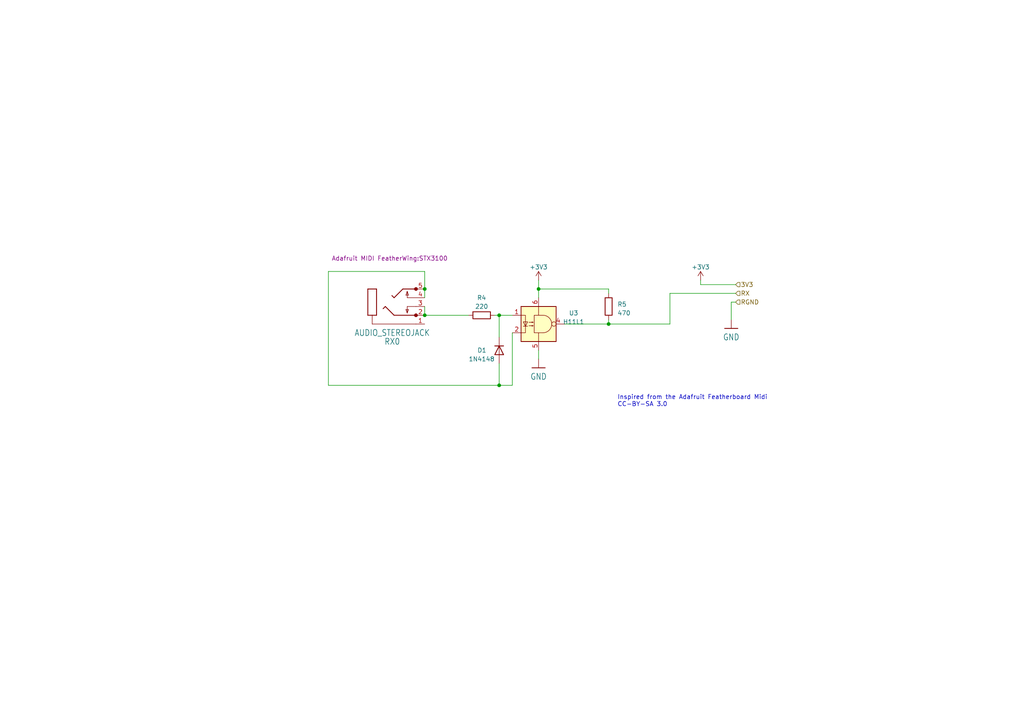
<source format=kicad_sch>
(kicad_sch (version 20230121) (generator eeschema)
  (paper "A4")
  (title_block (title "DINoctopus Midi RX") (date "2023-04-24") (rev "v0.02") (company "Bjonnh"))
  (lib_symbols
    (symbol "Adafruit MIDI FeatherWing-eagle-import:AUDIO_STEREOJACK"
      (property "Reference" "X" (at -7.62 3.81 0))
      (property "Value" "AUDIO_STEREOJACK" (at -7.62 -10.16 0))
      (symbol "AUDIO_STEREOJACK_1_0"
        (circle (center -10.16 -5.08) (radius 0.127) (stroke (width 0.4064)))
        (circle (center -10.16 2.54) (radius 0.127) (stroke (width 0.4064)))
        (polyline (pts (xy -10.16 -5.08) (xy -3.81 -5.08)) (stroke (width 0.254)))
        (polyline (pts (xy -10.16 -2.54) (xy -7.62 -2.54)) (stroke (width 0.1524)))
        (polyline (pts (xy -10.16 0) (xy -7.62 0)) (stroke (width 0.1524)))
        (polyline (pts (xy -10.16 2.54) (xy -6.35 2.54)) (stroke (width 0.254)))
        (polyline (pts (xy -8.001 -3.429) (xy -7.239 -3.429)) (stroke (width 0.1524)))
        (polyline (pts (xy -8.001 0.762) (xy -7.239 0.762)) (stroke (width 0.1524)))
        (polyline (pts (xy -7.62 -4.445) (xy -8.001 -3.429)) (stroke (width 0.1524)))
        (polyline (pts (xy -7.62 -2.54) (xy -7.62 -4.445)) (stroke (width 0.1524)))
        (polyline (pts (xy -7.62 0) (xy -7.62 1.905)) (stroke (width 0.1524)))
        (polyline (pts (xy -7.62 1.905) (xy -8.001 0.762)) (stroke (width 0.1524)))
        (polyline (pts (xy -7.239 -3.429) (xy -7.62 -4.445)) (stroke (width 0.1524)))
        (polyline (pts (xy -7.239 0.762) (xy -7.62 1.905)) (stroke (width 0.1524)))
        (polyline (pts (xy -6.35 2.54) (xy -3.81 0)) (stroke (width 0.254)))
        (polyline (pts (xy -3.81 0) (xy -3.175 0.635)) (stroke (width 0.254)))
        (polyline (pts (xy -1.27 -2.54) (xy -3.81 -5.08)) (stroke (width 0.254)))
        (polyline (pts (xy -0.635 -3.175) (xy -1.27 -2.54)) (stroke (width 0.254)))
        (polyline (pts (xy 1.27 -5.08) (xy 1.27 2.54)) (stroke (width 0.254)))
        (polyline (pts (xy 1.27 -5.08) (xy 2.54 -5.08)) (stroke (width 0.254)))
        (polyline (pts (xy 1.27 2.54) (xy 3.81 2.54)) (stroke (width 0.254)))
        (polyline (pts (xy 2.54 -7.62) (xy -10.16 -7.62)) (stroke (width 0.1524)))
        (polyline (pts (xy 2.54 -5.08) (xy 2.54 -7.62)) (stroke (width 0.1524)))
        (polyline (pts (xy 2.54 -5.08) (xy 3.81 -5.08)) (stroke (width 0.254)))
        (polyline (pts (xy 3.81 -5.08) (xy 3.81 2.54)) (stroke (width 0.254)))
        (pin passive line (at -12.7 -7.62 0) (length 2.54) (name "1") (number "1"))
        (pin passive line (at -12.7 -5.08 0) (length 2.54) (name "2") (number "2"))
        (pin passive line (at -12.7 -2.54 0) (length 2.54) (name "3") (number "3"))
        (pin passive line (at -12.7 0 0) (length 2.54) (name "4") (number "4"))
        (pin passive line (at -12.7 2.54 0) (length 2.54) (name "5") (number "5"))
      )
    )
    (symbol "Adafruit MIDI FeatherWing-eagle-import:GND" (power)
      (property "Value" "GND" (at -2.54 -2.54 0))
      (symbol "GND_1_0"
        (polyline (pts (xy -1.905 0) (xy 1.905 0)) (stroke (width 0.254)))
        (pin power_in line (at 0 2.54 270) (length 2.54) (name "GND") (number "1"))
      )
    )
    (symbol "Device:R" (pin_numbers hide) (pin_names (offset 0))
      (property "Reference" "R" (at 2.032 0 90))
      (property "Value" "R" (at 0 0 90))
      (symbol "R_0_1"
        (rectangle (start -1.016 -2.54) (end 1.016 2.54) (stroke (width 0.254)))
      )
      (symbol "R_1_1"
        (pin passive line (at 0 3.81 270) (length 1.27) (name "~") (number "1"))
        (pin passive line (at 0 -3.81 90) (length 1.27) (name "~") (number "2"))
      )
    )
    (symbol "Diode:1N4148" (pin_numbers hide) (pin_names hide)
      (property "Reference" "D" (at 0 2.54 0))
      (property "Value" "1N4148" (at 0 -2.54 0))
      (symbol "1N4148_0_1"
        (polyline (pts (xy -1.27 1.27) (xy -1.27 -1.27)) (stroke (width 0.254)))
        (polyline (pts (xy 1.27 0) (xy -1.27 0)))
        (polyline (pts (xy 1.27 1.27) (xy 1.27 -1.27) (xy -1.27 0) (xy 1.27 1.27)) (stroke (width 0.254)))
      )
      (symbol "1N4148_1_1"
        (pin passive line (at -3.81 0 0) (length 2.54) (name "K") (number "1"))
        (pin passive line (at 3.81 0 180) (length 2.54) (name "A") (number "2"))
      )
    )
    (symbol "Isolator:H11L1" (pin_names (offset 1.016))
      (property "Reference" "U" (at 1.27 8.89 0))
      (property "Value" "H11L1" (at 1.27 6.35 0))
      (symbol "H11L1_0_1"
        (rectangle (start -5.08 5.08) (end 5.08 -5.08) (stroke (width 0.254)) (fill (type background)))
        (polyline (pts (xy -4.445 -0.635) (xy -3.175 -0.635)))
        (polyline (pts (xy 0 2.54) (xy 0 5.08)))
        (polyline (pts (xy 0 -2.54) (xy 0 -5.08) (xy 0 -3.81)))
        (polyline (pts (xy -5.08 -2.54) (xy -3.81 -2.54) (xy -3.81 2.54) (xy -5.08 2.54)))
        (polyline (pts (xy -3.81 -0.635) (xy -4.445 0.635) (xy -3.175 0.635) (xy -3.81 -0.635)))
        (polyline (pts (xy 1.27 -2.54) (xy -1.27 -2.54) (xy -1.27 2.54) (xy 1.27 2.54)))
        (polyline (pts (xy -2.794 -0.508) (xy -1.524 -0.508) (xy -1.905 -0.635) (xy -1.905 -0.381) (xy -1.524 -0.508)))
        (polyline (pts (xy -2.794 0.508) (xy -1.524 0.508) (xy -1.905 0.381) (xy -1.905 0.635) (xy -1.524 0.508)))
        (arc (start 1.27 -2.54) (mid 3.799 0) (end 1.27 2.54))
      )
      (symbol "H11L1_1_1"
        (pin passive line (at -7.62 2.54 0) (length 2.54) (name "~") (number "1"))
        (pin passive line (at -7.62 -2.54 0) (length 2.54) (name "~") (number "2"))
        (pin no_connect line (at -5.08 0 0) (length 2.54) hide (name "~") (number "3"))
        (pin output inverted (at 7.62 0 180) (length 3.81) (name "~") (number "4"))
        (pin power_in line (at 0 -7.62 90) (length 2.54) (name "~") (number "5"))
        (pin power_in line (at 0 7.62 270) (length 2.54) (name "~") (number "6"))
      )
    )
    (symbol "power:+3V3" (power) (pin_names (offset 0))
      (property "Value" "+3V3" (at 0 3.556 0))
      (symbol "+3V3_0_1"
        (polyline (pts (xy -0.762 1.27) (xy 0 2.54)))
        (polyline (pts (xy 0 0) (xy 0 2.54)))
        (polyline (pts (xy 0 2.54) (xy 0.762 1.27)))
      )
      (symbol "+3V3_1_1"
        (pin power_in line (at 0 0 90) (length 0) hide (name "+3V3") (number "1"))
      )
    )
  )
  (junction (at 176.53 93.98))
  (junction (at 156.21 83.82))
  (junction (at 123.19 83.82))
  (junction (at 123.19 91.44))
  (junction (at 144.78 111.76))
  (junction (at 144.78 91.44))
  (wire (pts (xy 123.19 83.82) (xy 123.19 86.36)))
  (wire (pts (xy 143.51 91.44) (xy 144.78 91.44)))
  (wire (pts (xy 144.78 105.41) (xy 144.78 111.76)))
  (wire (pts (xy 123.19 78.74) (xy 95.25 78.74)))
  (wire (pts (xy 203.2 82.55) (xy 203.2 81.28)))
  (wire (pts (xy 123.19 83.82) (xy 123.19 78.74)))
  (wire (pts (xy 194.31 85.09) (xy 213.36 85.09)))
  (wire (pts (xy 95.25 78.74) (xy 95.25 111.76)))
  (wire (pts (xy 144.78 91.44) (xy 148.59 91.44)))
  (wire (pts (xy 176.53 93.98) (xy 176.53 92.71)))
  (wire (pts (xy 156.21 101.6) (xy 156.21 104.14)))
  (wire (pts (xy 163.83 93.98) (xy 176.53 93.98)))
  (wire (pts (xy 123.19 91.44) (xy 135.89 91.44)))
  (wire (pts (xy 156.21 81.28) (xy 156.21 83.82)))
  (wire (pts (xy 176.53 93.98) (xy 194.31 93.98)))
  (wire (pts (xy 156.21 83.82) (xy 176.53 83.82)))
  (wire (pts (xy 156.21 83.82) (xy 156.21 86.36)))
  (wire (pts (xy 212.09 87.63) (xy 213.36 87.63)))
  (wire (pts (xy 203.2 82.55) (xy 213.36 82.55)))
  (wire (pts (xy 212.09 92.71) (xy 212.09 87.63)))
  (wire (pts (xy 148.59 111.76) (xy 148.59 96.52)))
  (wire (pts (xy 144.78 91.44) (xy 144.78 97.79)))
  (wire (pts (xy 144.78 111.76) (xy 148.59 111.76)))
  (wire (pts (xy 95.25 111.76) (xy 144.78 111.76)))
  (wire (pts (xy 123.19 88.9) (xy 123.19 91.44)))
  (wire (pts (xy 176.53 83.82) (xy 176.53 85.09)))
  (wire (pts (xy 194.31 93.98) (xy 194.31 85.09)))
  (text "Inspired from the Adafruit Featherboard Midi\nCC-BY-SA 3.0\n" (at 179.07 118.11 0) (effects (font (size 1.27 1.27)) (justify left bottom)))
  (hierarchical_label "RX" (shape input) (at 213.36 85.09 0))
  (hierarchical_label "RGND" (shape input) (at 213.36 87.63 0))
  (hierarchical_label "3V3" (shape input) (at 213.36 82.55 0))
  (symbol (lib_id "Adafruit MIDI FeatherWing-eagle-import:GND") (at 156.21 106.68 0) (unit 1)
    (property "Reference" "#GND02" (effects hide))
    (property "Value" "GND" (at 156.21 109.22 0) (effects (font (size 1.778 1.5113))))
    (property "Footprint" "Adafruit MIDI FeatherWing:" (effects hide))
    (instances (project "midi_rx_board" (path "" (reference "#GND02") (unit 1)) (path "" (reference "#GND04") (unit 1)) (path "" (reference "#GND06") (unit 1)) (path "" (reference "#GND08") (unit 1)) (path "" (reference "#GND010") (unit 1))))
  )
  (symbol (lib_id "Device:R") (at 176.53 88.9 180) (unit 1)
    (property "Reference" "R5" (at 179.07 88.265 0) (effects (justify right)))
    (property "Value" "470" (at 179.07 90.805 0) (effects (justify right)))
    (property "Footprint" "Resistor_SMD:R_1206_3216Metric_Pad1.30x1.75mm_HandSolder" (effects hide))
    (instances (project "v05" (path "" (reference "R5") (unit 1)) (path "" (reference "R9") (unit 1)) (path "" (reference "R13") (unit 1)) (path "" (reference "R17") (unit 1)) (path "" (reference "R21") (unit 1))) (project "midi_rx_board" (path "" (reference "R5") (unit 1)) (path "" (reference "R2") (unit 1)) (path "" (reference "R4") (unit 1)) (path "" (reference "R6") (unit 1)) (path "" (reference "R8") (unit 1)) (path "" (reference "R10") (unit 1))) (project "v04" (path "" (reference "R2") (unit 1))))
  )
  (symbol (lib_id "power:+3V3") (at 203.2 81.28 0) (unit 1)
    (property "Reference" "#PWR09" (effects hide))
    (property "Value" "+3V3" (at 203.2 77.47 0))
    (instances (project "v05" (path "" (reference "#PWR09") (unit 1)) (path "" (reference "#PWR016") (unit 1)) (path "" (reference "#PWR023") (unit 1)) (path "" (reference "#PWR030") (unit 1)) (path "" (reference "#PWR037") (unit 1))) (project "midi_rx_board" (path "" (reference "#PWR09") (unit 1)) (path "" (reference "#PWR03") (unit 1)) (path "" (reference "#PWR05") (unit 1)) (path "" (reference "#PWR07") (unit 1)) (path "" (reference "#PWR09") (unit 1)) (path "" (reference "#PWR011") (unit 1))) (project "v04" (path "" (reference "#PWR01") (unit 1))))
  )
  (symbol (lib_id "power:+3V3") (at 156.21 81.28 0) (unit 1)
    (property "Reference" "#PWR07" (effects hide))
    (property "Value" "+3V3" (at 156.21 77.47 0))
    (instances (project "v05" (path "" (reference "#PWR07") (unit 1)) (path "" (reference "#PWR014") (unit 1)) (path "" (reference "#PWR021") (unit 1)) (path "" (reference "#PWR028") (unit 1)) (path "" (reference "#PWR035") (unit 1))) (project "midi_rx_board" (path "" (reference "#PWR07") (unit 1)) (path "" (reference "#PWR02") (unit 1)) (path "" (reference "#PWR04") (unit 1)) (path "" (reference "#PWR06") (unit 1)) (path "" (reference "#PWR08") (unit 1)) (path "" (reference "#PWR010") (unit 1))) (project "v04" (path "" (reference "#PWR03") (unit 1))))
  )
  (symbol (lib_id "Device:R") (at 139.7 91.44 90) (unit 1)
    (property "Reference" "R4" (at 139.7 86.36 90))
    (property "Value" "220" (at 139.7 88.9 90))
    (property "Footprint" "Resistor_SMD:R_1206_3216Metric_Pad1.30x1.75mm_HandSolder" (effects hide))
    (instances (project "v05" (path "" (reference "R4") (unit 1)) (path "" (reference "R8") (unit 1)) (path "" (reference "R12") (unit 1)) (path "" (reference "R16") (unit 1)) (path "" (reference "R20") (unit 1))) (project "midi_rx_board" (path "" (reference "R4") (unit 1)) (path "" (reference "R1") (unit 1)) (path "" (reference "R3") (unit 1)) (path "" (reference "R5") (unit 1)) (path "" (reference "R7") (unit 1)) (path "" (reference "R9") (unit 1))) (project "v04" (path "" (reference "R1") (unit 1))))
  )
  (symbol (lib_id "Isolator:H11L1") (at 156.21 93.98 0) (unit 1)
    (property "Reference" "U3" (at 166.37 90.8051 0))
    (property "Value" "H11L1" (at 166.37 93.3451 0))
    (property "Footprint" "Package_DIP:SMDIP-6_W9.53mm" (effects hide))
    (property "Datasheet" "https://www.onsemi.com/pub/Collateral/H11L3M-D.PDF" (effects hide))
    (instances (project "v05" (path "" (reference "U3") (unit 1)) (path "" (reference "U4") (unit 1)) (path "" (reference "U5") (unit 1)) (path "" (reference "U6") (unit 1)) (path "" (reference "U7") (unit 1))) (project "midi_rx_board" (path "" (reference "U3") (unit 1)) (path "" (reference "U1") (unit 1)) (path "" (reference "U2") (unit 1)) (path "" (reference "U3") (unit 1)) (path "" (reference "U4") (unit 1)) (path "" (reference "U5") (unit 1))) (project "v04" (path "" (reference "U1") (unit 1))))
  )
  (symbol (lib_id "Adafruit MIDI FeatherWing-eagle-import:AUDIO_STEREOJACK") (at 110.49 86.36 0) (mirror y) (unit 1)
    (property "Reference" "RX0" (at 113.7666 99.06 0) (effects (font (size 1.778 1.5113))))
    (property "Value" "AUDIO_STEREOJACK" (at 113.7666 96.52 0) (effects (font (size 1.778 1.5113))))
    (property "Footprint" "Adafruit MIDI FeatherWing:STX3100" (at 113.03 74.93 0))
    (instances (project "v05" (path "" (reference "RX0") (unit 1)) (path "" (reference "RX1") (unit 1)) (path "" (reference "RX2") (unit 1)) (path "" (reference "RX3") (unit 1)) (path "" (reference "RX4") (unit 1))) (project "midi_rx_board" (path "" (reference "RX0") (unit 1)) (path "" (reference "RX1") (unit 1)) (path "" (reference "RX2") (unit 1)) (path "" (reference "RX3") (unit 1)) (path "" (reference "RX4") (unit 1)) (path "" (reference "RX5") (unit 1))) (project "v04" (path "" (reference "X1") (unit 1))))
  )
  (symbol (lib_id "Diode:1N4148") (at 144.78 101.6 270) (unit 1)
    (property "Reference" "D1" (at 138.43 101.6 90) (effects (justify left)))
    (property "Value" "1N4148" (at 135.89 104.14 90) (effects (justify left)))
    (property "Footprint" "Diode_SMD:D_SOD-323_HandSoldering" (effects hide))
    (property "Datasheet" "https://assets.nexperia.com/documents/data-sheet/1N4148_1N4448.pdf" (effects hide))
    (property "Sim.Device" "D" (effects hide))
    (property "Sim.Pins" "1=K 2=A" (effects hide))
    (instances (project "v05" (path "" (reference "D1") (unit 1)) (path "" (reference "D2") (unit 1)) (path "" (reference "D3") (unit 1)) (path "" (reference "D4") (unit 1)) (path "" (reference "D5") (unit 1))) (project "midi_rx_board" (path "" (reference "D1") (unit 1)) (path "" (reference "D1") (unit 1)) (path "" (reference "D2") (unit 1)) (path "" (reference "D3") (unit 1)) (path "" (reference "D4") (unit 1)) (path "" (reference "D5") (unit 1))) (project "v04" (path "" (reference "D1") (unit 1))))
  )
  (symbol (lib_id "Adafruit MIDI FeatherWing-eagle-import:GND") (at 212.09 95.25 0) (unit 1)
    (property "Reference" "#GND03" (effects hide))
    (property "Value" "GND" (at 212.09 97.79 0) (effects (font (size 1.778 1.5113))))
    (property "Footprint" "Adafruit MIDI FeatherWing:" (effects hide))
    (instances (project "midi_rx_board" (path "" (reference "#GND03") (unit 1)) (path "" (reference "#GND05") (unit 1)) (path "" (reference "#GND07") (unit 1)) (path "" (reference "#GND09") (unit 1)) (path "" (reference "#GND011") (unit 1))))
  )
)
</source>
